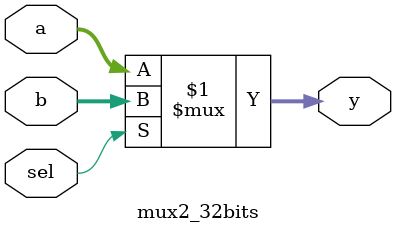
<source format=v>
module mux2_32bits (
    a,
    b,
    sel,
    y
);
    input[31:0] a, b;
    input sel;
    output [31:0] y;
    
    assign y = sel ? b : a;
    
endmodule

</source>
